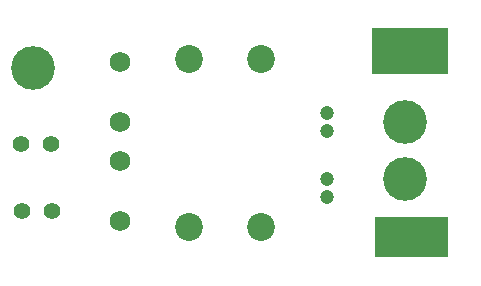
<source format=gbs>
G04 ---------------------------- Layer name :BOTTOM SOLDER LAYER*
G04 EasyEDA v5.8.22, Sun, 02 Dec 2018 06:11:37 GMT*
G04 d5963adffaad412e904dfcf3e3a13330*
G04 Gerber Generator version 0.2*
G04 Scale: 100 percent, Rotated: No, Reflected: No *
G04 Dimensions in inches *
G04 leading zeros omitted , absolute positions ,2 integer and 4 decimal *
%FSLAX24Y24*%
%MOIN*%
G90*
G70D02*

%ADD22C,0.055000*%
%ADD23C,0.047370*%
%ADD24C,0.068000*%
%ADD25C,0.093000*%
%ADD26C,0.145790*%

%LPD*%
G54D22*
G01X890Y3869D03*
G01X1890Y3869D03*
G01X1909Y1630D03*
G01X909Y1630D03*
G54D23*
G01X11100Y4300D03*
G01X11100Y4890D03*
G01X11100Y2100D03*
G01X11100Y2690D03*
G54D24*
G01X4200Y6600D03*
G01X4200Y4600D03*
G01X4200Y1300D03*
G01X4200Y3300D03*
G54D25*
G01X6500Y1100D03*
G01X6500Y6700D03*
G01X8900Y1100D03*
G01X8900Y6700D03*
G54D26*
G01X13700Y4600D03*
G01X13700Y2700D03*
G01X1300Y6400D03*
G36*
G01X12580Y7719D02*
G01X15119Y7719D01*
G01X15119Y6179D01*
G01X12580Y6179D01*
G01X12580Y7719D01*
G37*
G36*
G01X12680Y1419D02*
G01X15119Y1419D01*
G01X15119Y79D01*
G01X12680Y79D01*
G01X12680Y1419D01*
G37*
M00*
M02*

</source>
